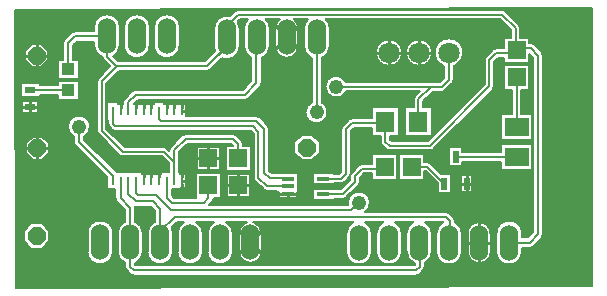
<source format=gtl>
%FSLAX23Y23*%
%MOIN*%
G04 EasyPC Gerber Version 16.0.6 Build 3249 *
%AMT92*0 Octagon Pad at angle 0*4,1,8,-0.01243,-0.03000,0.01243,-0.03000,0.03000,-0.01243,0.03000,0.01243,0.01243,0.03000,-0.01243,0.03000,-0.03000,0.01243,-0.03000,-0.01243,-0.01243,-0.03000,0*%
%ADD92T92*%
%ADD18O,0.06000X0.12000*%
%ADD84R,0.01142X0.03150*%
%ADD91R,0.02000X0.04000*%
%ADD85R,0.05906X0.05906*%
%ADD89R,0.06300X0.07090*%
%ADD12C,0.00500*%
%ADD96C,0.00591*%
%ADD15C,0.01000*%
%ADD99R,0.04429X0.01181*%
%ADD93R,0.03600X0.02400*%
%ADD94R,0.04330X0.03940*%
%ADD97C,0.04800*%
%ADD88C,0.07100*%
%ADD86R,0.05906X0.05906*%
%ADD87R,0.08000X0.06000*%
X0Y0D02*
D02*
D12*
X22Y952D02*
X23Y25D01*
X1944Y32*
Y960*
X22Y952*
X46Y650D02*
X99D01*
Y609*
X46*
Y650*
X76Y157D02*
X51Y182D01*
Y217*
X76Y242*
X111*
X136Y217*
Y182*
X111Y157*
X76*
X77Y761D02*
X55Y784D01*
Y816*
X77Y838*
X109*
X132Y816*
Y784*
X109Y761*
X77*
X80Y453D02*
X57Y476D01*
Y508*
X80Y530*
X112*
X134Y508*
Y476*
X112Y453*
X80*
X103Y669D02*
Y661D01*
X42*
Y710*
X103*
Y703*
X165*
Y717*
X234*
Y653*
X165*
Y669*
X103*
X182Y787D02*
Y842D01*
G75*
G02X187Y854I17*
G01*
X209Y876*
G75*
G02X221Y881I12J-12*
G01*
X285*
Y895*
G75*
G02X370I43*
G01*
Y835*
G75*
G02X348Y798I-43*
G01*
X366Y781*
X655*
X688Y814*
G75*
G02X685Y831I39J17*
G01*
Y891*
G75*
G02X738Y932I43*
G01*
X754Y948*
G75*
G02X765Y953I11J-11*
G01*
X1645*
G75*
G02X1656Y948I0J-15*
G01*
X1700Y903*
G75*
G02X1705Y892I-11J-11*
G01*
Y860*
X1735*
Y842*
X1742*
G75*
G02X1755Y836J-17*
G01*
X1777Y811*
G75*
G02X1781Y800I-13J-11*
G01*
Y205*
G75*
G02X1777Y193I-17*
G01*
X1751Y165*
G75*
G02X1738Y160I-12J12*
G01*
X1711*
Y147*
G75*
G02X1626I-43*
G01*
Y207*
G75*
G02X1711I43*
G01*
Y194*
X1731*
X1747Y212*
Y793*
X1735Y807*
Y776*
X1651*
Y793*
X1631*
X1618Y780*
Y698*
G75*
G02X1613Y687I-15J0*
G01*
X1415Y488*
G75*
G02X1404Y484I-11J11*
G01*
X1270*
G75*
G02X1259Y488I0J15*
G01*
X1245Y502*
G75*
G02X1241Y513I11J11*
G01*
Y532*
X1212*
Y560*
X1151*
X1140Y549*
Y406*
G75*
G02X1139Y403I-15J0*
G01*
G75*
G02X1143Y409I15J-4*
G01*
X1168Y434*
G75*
G02X1179Y439I11J-11*
G01*
X1212*
Y471*
X1296*
Y387*
X1212*
Y408*
X1186*
X1170Y392*
Y378*
G75*
G02X1165Y367I-15J0*
G01*
X1126Y328*
G75*
G02X1115Y323I-11J11*
G01*
X1083*
Y320*
X1013*
Y357*
X1083*
Y354*
X1108*
X1139Y385*
Y398*
G75*
G02X1139Y401I15J0*
G01*
G75*
G02X1135Y395I-15J4*
G01*
X1120Y379*
G75*
G02X1109Y375I-11J11*
G01*
X1083*
Y372*
X1013*
Y408*
X1083*
Y405*
X1102*
X1109Y412*
Y555*
G75*
G02X1113Y566I15J0*
G01*
X1133Y586*
G75*
G02X1144Y591I11J-11*
G01*
X1212*
Y628*
X1300*
Y532*
X1272*
Y519*
X1277Y515*
X1397*
X1587Y704*
Y786*
G75*
G02X1591Y797I15J0*
G01*
X1614Y820*
G75*
G02X1625Y824I11J-11*
G01*
X1651*
Y860*
X1674*
Y886*
X1638Y922*
X1057*
G75*
G02X1070Y891I-29J-31*
G01*
Y831*
G75*
G02X1044Y792I-43*
G01*
Y644*
G75*
G02X1063Y612I-17J-32*
G01*
G75*
G02X990I-37*
G01*
G75*
G02X1010Y644I37*
G01*
Y792*
G75*
G02X985Y831I17J39*
G01*
Y891*
G75*
G02X998Y922I43*
G01*
X950*
G75*
G02X965Y891I-23J-31*
G01*
Y831*
G75*
G02X889I-38*
G01*
Y891*
G75*
G02X904Y922I38*
G01*
X857*
G75*
G02X870Y891I-29J-31*
G01*
Y831*
G75*
G02X843Y792I-43*
G01*
Y708*
G75*
G02X838Y696I-17*
G01*
X799Y657*
G75*
G02X787Y652I-12J12*
G01*
X430*
X417Y640*
X483*
Y644*
X519*
Y640*
X592*
Y599*
X825*
G75*
G02X837Y594J-17*
G01*
X864Y566*
G75*
G02X869Y554I-12J-12*
G01*
Y415*
X877Y408*
X896*
Y408*
X965*
Y346*
X961*
Y325*
X900*
Y346*
X896*
Y349*
X861*
G75*
G02X850Y354I0J15*
G01*
X821Y382*
G75*
G02X817Y393I11J11*
G01*
Y540*
X808Y549*
X355*
G75*
G02X344Y553I0J15*
G01*
X337Y561*
G75*
G02X332Y572I11J11*
G01*
Y587*
X329*
Y644*
X366*
Y640*
X381*
Y644*
X382*
Y645*
G75*
G02X387Y657I17*
G01*
X411Y681*
G75*
G02X423Y686I12J-12*
G01*
X780*
X809Y715*
Y793*
G75*
G02X785Y831I18J38*
G01*
Y891*
G75*
G02X798Y922I43*
G01*
X771*
X763Y914*
G75*
G02X770Y891I-36J-23*
G01*
Y831*
G75*
G02X711Y792I-43*
G01*
X673Y754*
G75*
G02X662Y750I-11J11*
G01*
X368*
X326Y707*
Y556*
X387Y495*
X518*
G75*
G02X529Y490I0J-15*
G01*
X536Y483*
Y484*
G75*
G02X540Y495I15J0*
G01*
X579Y534*
G75*
G02X590Y538I11J-11*
G01*
X749*
G75*
G02X759Y534I0J-15*
G01*
X776Y518*
G75*
G02X780Y507I-11J-11*
G01*
Y500*
X807*
Y416*
X723*
Y500*
X749*
Y500*
X742Y507*
X596*
X567Y478*
Y453*
G75*
G02X568Y444I-15J-7*
G01*
Y411*
X571*
Y407*
X592*
Y359*
X571*
Y355*
X544*
Y334*
X551Y327*
X623*
Y410*
X707*
Y326*
X683*
Y324*
G75*
G02X678Y312I-17*
G01*
X667Y301*
X1132*
G75*
G02X1131Y310I36J8*
G01*
G75*
G02X1204I37*
G01*
G75*
G02X1188Y279I-37*
G01*
X1457*
G75*
G02X1469Y274J-17*
G01*
X1482Y262*
G75*
G02X1487Y250I-12J-12*
G01*
Y246*
G75*
G02X1511Y207I-18J-38*
G01*
Y147*
G75*
G02X1426I-43*
G01*
Y207*
G75*
G02X1449Y245I43*
G01*
X1388*
G75*
G02X1411Y207I-19J-38*
G01*
Y147*
G75*
G02X1387Y109I-43*
G01*
Y96*
G75*
G02X1382Y84I-17*
G01*
X1370Y72*
G75*
G02X1358Y67I-12J12*
G01*
X418*
G75*
G02X406Y72J17*
G01*
X393Y84*
G75*
G02X388Y96I12J12*
G01*
Y109*
G75*
G02X363Y148I17J39*
G01*
Y208*
G75*
G02X388Y247I43*
G01*
Y286*
X361Y313*
G75*
G02X356Y325I12J12*
G01*
Y355*
X329*
Y394*
X222Y501*
G75*
G02X217Y513I12J12*
G01*
Y531*
G75*
G02X198Y563I17J32*
G01*
G75*
G02X271I37*
G01*
G75*
G02X251Y531I-37*
G01*
Y520*
X360Y411*
X360Y411*
X443*
Y407*
X509*
Y411*
X534*
Y441*
X511Y464*
X380*
G75*
G02X369Y468I0J15*
G01*
X300Y538*
G75*
G02X295Y549I11J11*
G01*
Y714*
G75*
G02X300Y725I15J0*
G01*
X339Y764*
X317Y785*
G75*
G02X312Y795I11J11*
G01*
G75*
G02X285Y835I15J40*
G01*
Y847*
X228*
X216Y835*
Y787*
X234*
Y723*
X165*
Y787*
X182*
X348Y208D02*
Y148D01*
G75*
G02X263I-43*
G01*
Y208*
G75*
G02X348I43*
G01*
X385Y835D02*
Y895D01*
G75*
G02X470I43*
G01*
Y835*
G75*
G02X385I-43*
G01*
X485D02*
Y895D01*
G75*
G02X570I43*
G01*
Y835*
G75*
G02X485I-43*
G01*
X703Y496D02*
Y420D01*
X627*
Y496*
X703*
X727Y330D02*
Y406D01*
X803*
Y330*
X727*
X977Y451D02*
X952Y476D01*
Y511*
X977Y536*
X1012*
X1037Y511*
Y476*
X1012Y451*
X977*
X1125Y681D02*
G75*
G02X1055Y696I-33J15D01*
G01*
G75*
G02X1125Y712I37*
G01*
X1401*
G75*
G02X1411Y713I7J-15*
G01*
X1437*
X1450Y727*
Y765*
G75*
G02X1420Y810I17J45*
G01*
G75*
G02X1516I48*
G01*
G75*
G02X1484Y765I-48*
G01*
Y720*
G75*
G02X1479Y708I-17*
G01*
X1456Y684*
G75*
G02X1444Y679I-12J12*
G01*
X1414*
X1382Y648*
Y628*
X1410*
Y532*
X1322*
Y628*
X1351*
Y654*
G75*
G02X1355Y665I15J0*
G01*
X1371Y681*
X1125*
X1312Y810D02*
G75*
G02X1224I-44D01*
G01*
G75*
G02X1312I44*
G01*
X1386Y414D02*
Y387D01*
X1302*
Y471*
X1386*
Y445*
X1396*
G75*
G02X1407Y440I0J-15*
G01*
X1442Y406*
X1475*
Y341*
X1430*
Y374*
X1390Y414*
X1386*
X1412Y810D02*
G75*
G02X1324I-44D01*
G01*
G75*
G02X1412I44*
G01*
X1509Y345D02*
Y402D01*
X1546*
Y345*
X1509*
X1512Y445D02*
Y431D01*
X1467*
Y496*
X1512*
Y479*
X1641*
Y504*
X1746*
Y419*
X1641*
Y445*
X1512*
X1530Y147D02*
Y207D01*
G75*
G02X1607I38*
G01*
Y147*
G75*
G02X1530I-38*
G01*
X1678Y604D02*
Y686D01*
X1651*
Y770*
X1735*
Y686*
X1709*
Y604*
X1746*
Y519*
X1641*
Y604*
X1678*
X23Y630D02*
G36*
X23Y492D01*
X57*
Y508*
X80Y530*
X112*
X134Y508*
Y492*
X231*
X222Y501*
G75*
G02X217Y513I12J12*
G01*
Y531*
G75*
G02X198Y563I17J32*
G01*
G75*
G02X271I37*
G01*
G75*
G02X251Y531I-37*
G01*
Y520*
X360Y411*
X360Y411*
X443*
Y407*
X509*
Y411*
X534*
Y441*
X511Y464*
X380*
G75*
G02X369Y468I0J15*
G01*
X300Y538*
G75*
G02X295Y549I11J11*
G01*
Y630*
X99*
Y609*
X46*
Y630*
X23*
G37*
X46D02*
G36*
Y650D01*
X99*
Y630*
X295*
Y685*
X234*
Y653*
X165*
Y669*
X103*
Y661*
X42*
Y685*
X23*
X23Y630*
X46*
G37*
X1059D02*
G36*
G75*
G02X1063Y612I-32J-18D01*
G01*
G75*
G02X990I-37*
G01*
G75*
G02X1010Y644I37*
G01*
Y792*
G75*
G02X985Y831I17J39*
G01*
Y891*
G75*
G02X998Y922I43*
G01*
X950*
G75*
G02X965Y891I-23J-31*
G01*
Y831*
G75*
G02X889I-38*
G01*
Y891*
G75*
G02X904Y922I38*
G01*
X857*
G75*
G02X870Y891I-29J-31*
G01*
Y831*
G75*
G02X843Y792I-43*
G01*
Y708*
G75*
G02X838Y696I-17*
G01*
X799Y657*
G75*
G02X787Y652I-12J12*
G01*
X430*
X417Y640*
X483*
Y644*
X519*
Y640*
X592*
Y599*
X825*
G75*
G02X837Y594J-17*
G01*
X864Y566*
G75*
G02X869Y554I-12J-12*
G01*
Y492*
X952*
Y511*
X977Y536*
X1012*
X1037Y511*
Y492*
X1109*
Y555*
G75*
G02X1113Y566I15J0*
G01*
X1133Y586*
G75*
G02X1144Y591I11J-11*
G01*
X1212*
Y628*
X1300*
Y532*
X1272*
Y519*
X1277Y515*
X1397*
X1512Y630*
X1382*
Y628*
X1410*
Y532*
X1322*
Y628*
X1351*
Y630*
X1059*
G37*
X1351D02*
G36*
Y654D01*
G75*
G02X1355Y665I15J0*
G01*
X1371Y681*
X1125*
G75*
G02X1057Y685I-33J15*
G01*
X1044*
Y644*
G75*
G02X1059Y630I-17J-32*
G01*
X1351*
G37*
X1512D02*
G36*
X1568Y685D01*
X1456*
X1456Y684*
G75*
G02X1444Y679I-12J12*
G01*
X1414*
X1382Y648*
Y630*
X1512*
G37*
X1556D02*
G36*
X1418Y492D01*
X1467*
Y496*
X1512*
Y479*
X1641*
Y504*
X1746*
Y492*
X1747*
Y630*
X1709*
Y604*
X1746*
Y519*
X1641*
Y604*
X1678*
Y630*
X1556*
G37*
X1678D02*
G36*
Y685D01*
X1612*
X1556Y630*
X1678*
G37*
X1747D02*
G36*
Y685D01*
X1709*
Y630*
X1747*
G37*
X1781D02*
G36*
Y492D01*
X1944*
Y630*
X1781*
G37*
X1944D02*
G36*
Y685D01*
X1781*
Y630*
X1944*
G37*
X23Y200D02*
G36*
X23Y25D01*
X1944Y32*
Y200*
X1781*
G75*
G02X1777Y193I-16J5*
G01*
X1751Y165*
G75*
G02X1738Y160I-12J12*
G01*
X1711*
Y147*
G75*
G02X1626I-43*
G01*
Y200*
X1607*
Y147*
G75*
G02X1530I-38*
G01*
Y200*
X1511*
Y147*
G75*
G02X1426I-43*
G01*
Y207*
G75*
G02X1449Y245I43*
G01*
X1388*
G75*
G02X1411Y207I-19J-38*
G01*
Y147*
G75*
G02X1387Y109I-43*
G01*
Y96*
G75*
G02X1382Y84I-17*
G01*
X1370Y72*
G75*
G02X1358Y67I-12J12*
G01*
X418*
G75*
G02X406Y72J17*
G01*
X393Y84*
G75*
G02X388Y96I12J12*
G01*
Y109*
G75*
G02X363Y148I17J39*
G01*
Y200*
X348*
Y148*
G75*
G02X263I-43*
G01*
Y200*
X136*
Y182*
X111Y157*
X76*
X51Y182*
Y200*
X23*
G37*
X51D02*
G36*
Y217D01*
X76Y242*
X111*
X136Y217*
Y200*
X263*
Y208*
G75*
G02X348I43*
G01*
Y200*
X363*
Y208*
G75*
G02X388Y247I43*
G01*
Y286*
X361Y313*
G75*
G02X356Y325I12J12*
G01*
Y355*
X329*
Y368*
X23*
X23Y200*
X51*
G37*
X1530D02*
G36*
Y207D01*
G75*
G02X1607I38*
G01*
Y200*
X1626*
Y207*
G75*
G02X1711I43*
G01*
Y194*
X1731*
X1747Y212*
Y368*
X1546*
Y345*
X1509*
Y368*
X1475*
Y341*
X1430*
Y368*
X1166*
G75*
G02X1165Y367I-12J10*
G01*
X1126Y328*
G75*
G02X1115Y323I-11J11*
G01*
X1083*
Y320*
X1013*
Y357*
X1083*
Y354*
X1108*
X1139Y385*
Y398*
G75*
G02X1139Y401I15J0*
G01*
G75*
G02X1135Y395I-15J4*
G01*
X1120Y379*
G75*
G02X1109Y375I-11J11*
G01*
X1083*
Y372*
X1013*
Y408*
X1083*
Y405*
X1102*
X1109Y412*
Y492*
X1037*
Y476*
X1012Y451*
X977*
X952Y476*
Y492*
X869*
Y415*
X877Y408*
X896*
Y408*
X965*
Y346*
X961*
Y325*
X900*
Y346*
X896*
Y349*
X861*
G75*
G02X850Y354I0J15*
G01*
X835Y368*
X803*
Y330*
X727*
Y368*
X707*
Y326*
X683*
Y324*
G75*
G02X678Y312I-17*
G01*
X667Y301*
X1132*
G75*
G02X1131Y310I36J8*
G01*
G75*
G02X1204I37*
G01*
G75*
G02X1188Y279I-37*
G01*
X1457*
G75*
G02X1469Y274J-17*
G01*
X1482Y262*
G75*
G02X1487Y250I-12J-12*
G01*
Y246*
G75*
G02X1511Y207I-18J-38*
G01*
Y200*
X1530*
G37*
X1944D02*
G36*
Y368D01*
X1781*
Y205*
G75*
G02X1781Y200I-17*
G01*
X1944*
G37*
X22Y800D02*
G36*
X23Y685D01*
X42*
Y710*
X103*
Y703*
X165*
Y717*
X234*
Y685*
X295*
Y714*
G75*
G02X300Y725I15J0*
G01*
X339Y764*
X317Y785*
G75*
G02X312Y795I11J11*
G01*
G75*
G02X285Y835I15J40*
G01*
Y847*
X228*
X216Y835*
Y787*
X234*
Y723*
X165*
Y787*
X182*
Y800*
X132*
Y784*
X109Y761*
X77*
X55Y784*
Y800*
X22*
G37*
X55D02*
G36*
Y816D01*
X77Y838*
X109*
X132Y816*
Y800*
X182*
Y842*
G75*
G02X187Y854I17*
G01*
X209Y876*
G75*
G02X221Y881I12J-12*
G01*
X285*
Y895*
G75*
G02X370I43*
G01*
Y835*
G75*
G02X352Y800I-43J0*
G01*
X404*
G75*
G02X385Y835I24J35*
G01*
Y895*
G75*
G02X470I43*
G01*
Y835*
G75*
G02X452Y800I-43*
G01*
X504*
G75*
G02X485Y835I24J35*
G01*
Y895*
G75*
G02X570I43*
G01*
Y835*
G75*
G02X552Y800I-43*
G01*
X674*
X688Y814*
G75*
G02X685Y831I39J17*
G01*
Y891*
G75*
G02X738Y932I43*
G01*
X754Y948*
G75*
G02X765Y953I11J-11*
G01*
X1645*
G75*
G02X1656Y948I0J-15*
G01*
X1700Y903*
G75*
G02X1705Y892I-11J-11*
G01*
Y860*
X1735*
Y842*
X1742*
G75*
G02X1755Y836J-17*
G01*
X1777Y811*
G75*
G02X1781Y800I-13J-11*
G01*
Y800*
X1944*
Y960*
X22Y952*
X22Y800*
X55*
G37*
X352D02*
G36*
G75*
G02X348Y798I-24J35D01*
G01*
X366Y781*
X655*
X674Y800*
X552*
G75*
G02X504I-24J35*
G01*
X452*
G75*
G02X404I-24J35*
G01*
X352*
G37*
X1056D02*
G36*
G75*
G02X1044Y792I-29J31D01*
G01*
Y685*
X1057*
G75*
G02X1055Y696I35J11*
G01*
G75*
G02X1125Y712I37*
G01*
X1401*
G75*
G02X1411Y713I7J-15*
G01*
X1437*
X1450Y727*
Y765*
G75*
G02X1421Y800I17J45*
G01*
X1410*
G75*
G02X1325I-43J10*
G01*
X1310*
G75*
G02X1225I-43J10*
G01*
X1056*
G37*
X1225D02*
G36*
G75*
G02X1224Y810I43J10D01*
G01*
G75*
G02X1312I44*
G01*
G75*
G02X1310Y800I-44J0*
G01*
X1325*
G75*
G02X1324Y810I43J10*
G01*
G75*
G02X1412I44*
G01*
G75*
G02X1410Y800I-44J0*
G01*
X1421*
G75*
G02X1420Y810I47J10*
G01*
G75*
G02X1516I48*
G01*
G75*
G02X1515Y800I-48J0*
G01*
X1594*
X1614Y820*
G75*
G02X1625Y824I11J-11*
G01*
X1651*
Y860*
X1674*
Y886*
X1638Y922*
X1057*
G75*
G02X1070Y891I-29J-31*
G01*
Y831*
G75*
G02X1056Y800I-43*
G01*
X1225*
G37*
X1515D02*
G36*
G75*
G02X1484Y765I-47J10D01*
G01*
Y720*
G75*
G02X1479Y708I-17*
G01*
X1456Y685*
X1568*
X1587Y704*
Y786*
G75*
G02X1591Y797I15J0*
G01*
X1594Y800*
X1515*
G37*
X1781D02*
G36*
Y685D01*
X1944*
Y800*
X1781*
G37*
X23Y492D02*
G36*
X23Y368D01*
X329*
Y394*
X231Y492*
X134*
Y476*
X112Y453*
X80*
X57Y476*
Y492*
X23*
G37*
X581D02*
G36*
X567Y478D01*
Y453*
G75*
G02X568Y444I-15J-7*
G01*
Y411*
X571*
Y407*
X592*
Y359*
X571*
Y355*
X544*
Y334*
X551Y327*
X623*
Y410*
X707*
Y368*
X727*
Y406*
X803*
Y368*
X835*
X821Y382*
G75*
G02X817Y393I11J11*
G01*
Y540*
X808Y549*
X355*
G75*
G02X344Y553I0J15*
G01*
X337Y561*
G75*
G02X332Y572I11J11*
G01*
Y587*
X329*
Y644*
X366*
Y640*
X381*
Y644*
X382*
Y645*
G75*
G02X387Y657I17*
G01*
X411Y681*
G75*
G02X423Y686I12J-12*
G01*
X780*
X809Y715*
Y793*
G75*
G02X785Y831I18J38*
G01*
Y891*
G75*
G02X798Y922I43*
G01*
X771*
X763Y914*
G75*
G02X770Y891I-36J-23*
G01*
Y831*
G75*
G02X711Y792I-43*
G01*
X673Y754*
G75*
G02X662Y750I-11J11*
G01*
X368*
X326Y707*
Y556*
X387Y495*
X518*
G75*
G02X529Y490I0J-15*
G01*
X536Y483*
Y484*
G75*
G02X540Y495I15J0*
G01*
X579Y534*
G75*
G02X590Y538I11J-11*
G01*
X749*
G75*
G02X759Y534I0J-15*
G01*
X776Y518*
G75*
G02X780Y507I-11J-11*
G01*
Y500*
X807*
Y416*
X723*
Y492*
X703*
Y420*
X627*
Y492*
X581*
G37*
X627D02*
G36*
Y496D01*
X703*
Y492*
X723*
Y500*
X749*
Y500*
X742Y507*
X596*
X581Y492*
X627*
G37*
X1418D02*
G36*
X1415Y488D01*
G75*
G02X1404Y484I-11J11*
G01*
X1270*
G75*
G02X1259Y488I0J15*
G01*
X1245Y502*
G75*
G02X1241Y513I11J11*
G01*
Y532*
X1212*
Y560*
X1151*
X1140Y549*
Y406*
G75*
G02X1139Y403I-15J0*
G01*
G75*
G02X1143Y409I15J-4*
G01*
X1168Y434*
G75*
G02X1179Y439I11J-11*
G01*
X1212*
Y471*
X1296*
Y387*
X1212*
Y408*
X1186*
X1170Y392*
Y378*
G75*
G02X1166Y368I-15J0*
G01*
X1430*
Y374*
X1390Y414*
X1386*
Y387*
X1302*
Y471*
X1386*
Y445*
X1396*
G75*
G02X1407Y440I0J-15*
G01*
X1442Y406*
X1475*
Y368*
X1509*
Y402*
X1546*
Y368*
X1747*
Y492*
X1746*
Y419*
X1641*
Y445*
X1512*
Y431*
X1467*
Y492*
X1418*
G37*
X1781D02*
G36*
Y368D01*
X1944*
Y492*
X1781*
G37*
X1678Y685D02*
G36*
Y686D01*
X1651*
Y770*
X1735*
Y686*
X1709*
Y685*
X1747*
Y793*
X1735Y807*
Y776*
X1651*
Y793*
X1631*
X1618Y780*
Y698*
G75*
G02X1613Y687I-15J0*
G01*
X1612Y685*
X1678*
G37*
X422Y298D02*
G75*
G02X422Y293I-16J-4D01*
G01*
Y247*
G75*
G02X448Y208I-17J-39*
G01*
Y148*
G75*
G02X422Y109I-43*
G01*
Y103*
X425Y101*
X1351*
X1353Y103*
Y108*
G75*
G02X1326Y147I16J39*
G01*
Y207*
G75*
G02X1349Y245I43*
G01*
X1288*
G75*
G02X1311Y207I-19J-38*
G01*
Y147*
G75*
G02X1226I-43*
G01*
Y207*
G75*
G02X1249Y245I43*
G01*
X1188*
G75*
G02X1211Y207I-19J-38*
G01*
Y147*
G75*
G02X1126I-43*
G01*
Y207*
G75*
G02X1149Y245I43*
G01*
X816*
G75*
G02X844Y208I-11J-37*
G01*
Y148*
G75*
G02X767I-38*
G01*
Y208*
G75*
G02X794Y245I38*
G01*
X726*
G75*
G02X748Y208I-21J-37*
G01*
Y148*
G75*
G02X663I-43*
G01*
Y208*
G75*
G02X684Y245I43*
G01*
X626*
G75*
G02X648Y208I-21J-37*
G01*
Y148*
G75*
G02X563I-43*
G01*
Y208*
G75*
G02X584Y245I43*
G01*
X560*
X543Y228*
G75*
G02X548Y208I-38J-20*
G01*
Y148*
G75*
G02X463I-43*
G01*
Y208*
G75*
G02X488Y247I43*
G01*
Y282*
X473Y297*
X424*
G75*
G02X422Y298I0J17*
G01*
G36*
G75*
G02X422Y293I-16J-4*
G01*
Y247*
G75*
G02X448Y208I-17J-39*
G01*
Y148*
G75*
G02X422Y109I-43*
G01*
Y103*
X425Y101*
X1351*
X1353Y103*
Y108*
G75*
G02X1326Y147I16J39*
G01*
Y207*
G75*
G02X1349Y245I43*
G01*
X1288*
G75*
G02X1311Y207I-19J-38*
G01*
Y147*
G75*
G02X1226I-43*
G01*
Y207*
G75*
G02X1249Y245I43*
G01*
X1188*
G75*
G02X1211Y207I-19J-38*
G01*
Y147*
G75*
G02X1126I-43*
G01*
Y207*
G75*
G02X1149Y245I43*
G01*
X816*
G75*
G02X844Y208I-11J-37*
G01*
Y148*
G75*
G02X767I-38*
G01*
Y208*
G75*
G02X794Y245I38*
G01*
X726*
G75*
G02X748Y208I-21J-37*
G01*
Y148*
G75*
G02X663I-43*
G01*
Y208*
G75*
G02X684Y245I43*
G01*
X626*
G75*
G02X648Y208I-21J-37*
G01*
Y148*
G75*
G02X563I-43*
G01*
Y208*
G75*
G02X584Y245I43*
G01*
X560*
X543Y228*
G75*
G02X548Y208I-38J-20*
G01*
Y148*
G75*
G02X463I-43*
G01*
Y208*
G75*
G02X488Y247I43*
G01*
Y282*
X473Y297*
X424*
G75*
G02X422Y298I0J17*
G01*
G37*
D02*
D15*
X59Y630D02*
X43D01*
X68Y800D02*
X52D01*
X71Y492D02*
X55D01*
X72Y623D02*
Y607D01*
Y637D02*
Y653D01*
X85Y630D02*
X101D01*
X93Y775D02*
Y759D01*
Y825D02*
Y841D01*
X96Y467D02*
Y451D01*
Y517D02*
Y533D01*
X118Y800D02*
X134D01*
X121Y492D02*
X137D01*
X373Y626D02*
Y642D01*
X424Y626D02*
Y642D01*
X450Y394D02*
Y410D01*
Y626D02*
Y642D01*
X476Y394D02*
Y410D01*
Y626D02*
Y642D01*
X501Y394D02*
Y410D01*
X527Y626D02*
Y642D01*
X552Y626D02*
Y642D01*
X578Y372D02*
Y356D01*
Y394D02*
Y410D01*
Y626D02*
Y642D01*
X579Y383D02*
X595D01*
X579Y615D02*
X595D01*
X640Y458D02*
X624D01*
X665Y434D02*
Y418D01*
Y483D02*
Y499D01*
X689Y458D02*
X705D01*
X740Y368D02*
X724D01*
X765Y344D02*
Y328D01*
Y393D02*
Y409D01*
X779Y152D02*
X765Y139D01*
X779Y205D02*
X765Y218D01*
X789Y368D02*
X805D01*
X832Y152D02*
X845Y139D01*
X832Y205D02*
X845Y218D01*
X901Y835D02*
X887Y821D01*
X901Y888D02*
X887Y901D01*
X914Y339D02*
X898D01*
X931Y338D02*
Y322D01*
X948Y339D02*
X964D01*
X954Y835D02*
X967Y821D01*
X954Y888D02*
X967Y901D01*
X1237Y810D02*
X1221D01*
X1268Y779D02*
Y764D01*
Y840D02*
Y856D01*
X1298Y810D02*
X1314D01*
X1337D02*
X1321D01*
X1368Y779D02*
Y764D01*
Y840D02*
Y856D01*
X1398Y810D02*
X1414D01*
X1522Y373D02*
X1506D01*
X1527Y358D02*
Y342D01*
Y388D02*
Y404D01*
X1532Y373D02*
X1548D01*
X1544Y177D02*
X1528D01*
X1569Y122D02*
Y106D01*
Y232D02*
Y248D01*
X1594Y177D02*
X1610D01*
D02*
D18*
X305Y178D03*
X328Y865D03*
X405Y178D03*
X428Y865D03*
X505Y178D03*
X528Y865D03*
X605Y178D03*
X705D03*
X727Y861D03*
X805Y178D03*
X827Y861D03*
X927D03*
X1027D03*
X1169Y177D03*
X1269D03*
X1369D03*
X1469D03*
X1569D03*
X1669D03*
D02*
D84*
X348Y383D03*
Y615D03*
X373Y383D03*
Y615D03*
X399Y383D03*
Y615D03*
X424Y383D03*
Y615D03*
X450Y383D03*
Y615D03*
X476Y383D03*
Y615D03*
X501Y383D03*
Y615D03*
X527Y383D03*
Y615D03*
X552Y383D03*
Y615D03*
X578Y383D03*
Y615D03*
D02*
D85*
X665Y368D03*
Y458D03*
X765Y368D03*
Y458D03*
X1693Y728D03*
Y818D03*
D02*
D86*
X1254Y429D03*
X1344D03*
D02*
D87*
X1693Y462D03*
Y562D03*
D02*
D88*
X1268Y810D03*
X1368D03*
X1468D03*
D02*
D89*
X1256Y580D03*
X1366D03*
D02*
D91*
X1452Y373D03*
X1490Y463D03*
X1527Y373D03*
D02*
D92*
X93Y200D03*
Y800D03*
X96Y492D03*
X995Y493D03*
D02*
D93*
X72Y630D03*
Y686D03*
D02*
D94*
X199Y685D03*
Y755D03*
D02*
D96*
X72Y686D02*
X199D01*
X199Y685*
Y755D02*
Y842D01*
X221Y864*
X318*
X319Y865*
X328*
X234Y563D02*
Y513D01*
X348Y399*
Y386*
X348Y386*
Y383*
X328Y865D02*
Y796D01*
X359Y765*
X661*
X727Y831*
Y861*
X348Y615D02*
Y572D01*
X355Y564*
X815*
X832Y547*
Y393*
X861Y364*
X931*
X373Y383D02*
Y325D01*
X405Y293*
Y183*
X405Y183*
Y178*
X399Y383D02*
Y340D01*
X424Y315*
X480*
X505Y290*
Y183*
X505Y183*
Y178*
X399Y615D02*
Y645D01*
X423Y669*
X787*
X826Y708*
Y860*
X827Y861*
X405Y178D02*
Y96D01*
X418Y84*
X1358*
X1370Y96*
Y176*
X1369Y177*
X424Y383D02*
Y343D01*
X430Y337*
X490*
X541Y286*
X1142*
X1165Y310*
X1168*
X501Y615D02*
Y588D01*
X508Y582*
X825*
X852Y554*
Y408*
X870Y391*
X923*
X923Y390*
X931*
X505Y178D02*
Y215D01*
X553Y262*
X1457*
X1470Y250*
Y184*
X1469Y182*
Y177*
X527Y383D02*
Y327D01*
X544Y310*
X651*
X666Y324*
Y367*
X665Y368*
X551Y446D02*
Y387D01*
X552Y386*
Y383*
X727Y861D02*
Y830D01*
X662Y765*
X362*
X310Y714*
Y549*
X380Y479*
X518*
X551Y446*
X727Y861D02*
Y900D01*
X765Y937*
X1645*
X1690Y892*
Y821*
X1693Y818*
X765Y458D02*
Y507D01*
X749Y523*
X590*
X551Y484*
Y446*
X1027Y612D02*
Y861D01*
X1027Y861*
X1048Y339D02*
X1115D01*
X1154Y378*
Y398*
X1179Y423*
X1248*
X1254Y429*
X1048Y390D02*
X1109D01*
X1124Y406*
Y555*
X1144Y575*
X1251*
X1256Y580*
X1092Y696D02*
X1409D01*
X1256Y580D02*
Y513D01*
X1270Y499*
X1404*
X1602Y698*
Y786*
X1625Y809*
X1684*
X1693Y818*
X1344Y429D02*
X1396D01*
X1452Y373*
X1366Y580D02*
Y654D01*
X1409Y696*
X1444*
X1467Y720*
Y799*
X1468Y799*
Y810*
X1693Y462D02*
X1491D01*
X1490Y463*
X1693Y728D02*
Y562D01*
Y818D02*
Y820D01*
X1698Y825*
X1742*
X1764Y800*
Y794*
X1766Y793*
Y205*
X1738Y177*
X1669*
D02*
D97*
X234Y563D03*
X1027Y612D03*
X1092Y696D03*
X1168Y310D03*
D02*
D99*
X931Y339D03*
Y364D03*
Y390D03*
X1048Y339D03*
Y390D03*
X0Y0D02*
M02*

</source>
